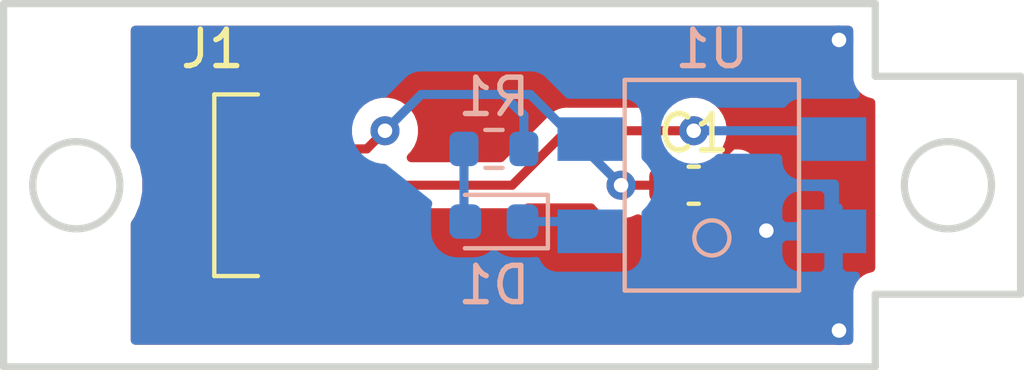
<source format=kicad_pcb>
(kicad_pcb (version 20171130) (host pcbnew "(5.1.10)-1")

  (general
    (thickness 1.6)
    (drawings 14)
    (tracks 26)
    (zones 0)
    (modules 5)
    (nets 6)
  )

  (page A4)
  (layers
    (0 F.Cu signal)
    (31 B.Cu signal)
    (32 B.Adhes user hide)
    (33 F.Adhes user hide)
    (34 B.Paste user)
    (35 F.Paste user)
    (36 B.SilkS user)
    (37 F.SilkS user)
    (38 B.Mask user)
    (39 F.Mask user)
    (40 Dwgs.User user hide)
    (41 Cmts.User user hide)
    (42 Eco1.User user hide)
    (43 Eco2.User user hide)
    (44 Edge.Cuts user)
    (45 Margin user hide)
    (46 B.CrtYd user hide)
    (47 F.CrtYd user hide)
    (48 B.Fab user hide)
    (49 F.Fab user hide)
  )

  (setup
    (last_trace_width 0.25)
    (user_trace_width 0.2)
    (trace_clearance 0.2)
    (zone_clearance 0.508)
    (zone_45_only no)
    (trace_min 0.2)
    (via_size 0.8)
    (via_drill 0.4)
    (via_min_size 0.4)
    (via_min_drill 0.3)
    (uvia_size 0.3)
    (uvia_drill 0.1)
    (uvias_allowed no)
    (uvia_min_size 0.2)
    (uvia_min_drill 0.1)
    (edge_width 0.05)
    (segment_width 0.2)
    (pcb_text_width 0.3)
    (pcb_text_size 1.5 1.5)
    (mod_edge_width 0.12)
    (mod_text_size 1 1)
    (mod_text_width 0.15)
    (pad_size 1.2 1.8)
    (pad_drill 0)
    (pad_to_mask_clearance 0)
    (aux_axis_origin 0 0)
    (grid_origin 100 100)
    (visible_elements 7FFFFFFF)
    (pcbplotparams
      (layerselection 0x010fc_ffffffff)
      (usegerberextensions false)
      (usegerberattributes true)
      (usegerberadvancedattributes true)
      (creategerberjobfile true)
      (excludeedgelayer true)
      (linewidth 0.100000)
      (plotframeref false)
      (viasonmask false)
      (mode 1)
      (useauxorigin false)
      (hpglpennumber 1)
      (hpglpenspeed 20)
      (hpglpendiameter 15.000000)
      (psnegative false)
      (psa4output false)
      (plotreference true)
      (plotvalue true)
      (plotinvisibletext false)
      (padsonsilk false)
      (subtractmaskfromsilk false)
      (outputformat 1)
      (mirror false)
      (drillshape 0)
      (scaleselection 1)
      (outputdirectory "gerver/"))
  )

  (net 0 "")
  (net 1 +5V)
  (net 2 GND)
  (net 3 "Net-(D1-Pad1)")
  (net 4 "Net-(D1-Pad2)")
  (net 5 "Net-(J1-Pad2)")

  (net_class Default "This is the default net class."
    (clearance 0.2)
    (trace_width 0.25)
    (via_dia 0.8)
    (via_drill 0.4)
    (uvia_dia 0.3)
    (uvia_drill 0.1)
    (add_net +5V)
    (add_net GND)
    (add_net "Net-(D1-Pad1)")
    (add_net "Net-(D1-Pad2)")
    (add_net "Net-(J1-Pad2)")
  )

  (module Capacitor_SMD:C_0603_1608Metric (layer F.Cu) (tedit 5F68FEEE) (tstamp 61F771FD)
    (at 19 5)
    (descr "Capacitor SMD 0603 (1608 Metric), square (rectangular) end terminal, IPC_7351 nominal, (Body size source: IPC-SM-782 page 76, https://www.pcb-3d.com/wordpress/wp-content/uploads/ipc-sm-782a_amendment_1_and_2.pdf), generated with kicad-footprint-generator")
    (tags capacitor)
    (path /61F613B2)
    (attr smd)
    (fp_text reference C1 (at 0 -1.43) (layer F.SilkS)
      (effects (font (size 1 1) (thickness 0.15)))
    )
    (fp_text value 0.1u (at 0 1.43) (layer F.Fab)
      (effects (font (size 1 1) (thickness 0.15)))
    )
    (fp_line (start 1.48 0.73) (end -1.48 0.73) (layer F.CrtYd) (width 0.05))
    (fp_line (start 1.48 -0.73) (end 1.48 0.73) (layer F.CrtYd) (width 0.05))
    (fp_line (start -1.48 -0.73) (end 1.48 -0.73) (layer F.CrtYd) (width 0.05))
    (fp_line (start -1.48 0.73) (end -1.48 -0.73) (layer F.CrtYd) (width 0.05))
    (fp_line (start -0.14058 0.51) (end 0.14058 0.51) (layer F.SilkS) (width 0.12))
    (fp_line (start -0.14058 -0.51) (end 0.14058 -0.51) (layer F.SilkS) (width 0.12))
    (fp_line (start 0.8 0.4) (end -0.8 0.4) (layer F.Fab) (width 0.1))
    (fp_line (start 0.8 -0.4) (end 0.8 0.4) (layer F.Fab) (width 0.1))
    (fp_line (start -0.8 -0.4) (end 0.8 -0.4) (layer F.Fab) (width 0.1))
    (fp_line (start -0.8 0.4) (end -0.8 -0.4) (layer F.Fab) (width 0.1))
    (fp_text user %R (at 0 0) (layer F.Fab)
      (effects (font (size 0.4 0.4) (thickness 0.06)))
    )
    (pad 1 smd roundrect (at -0.775 0) (size 0.9 0.95) (layers F.Cu F.Paste F.Mask) (roundrect_rratio 0.25)
      (net 1 +5V))
    (pad 2 smd roundrect (at 0.775 0) (size 0.9 0.95) (layers F.Cu F.Paste F.Mask) (roundrect_rratio 0.25)
      (net 2 GND))
    (model ${KISYS3DMOD}/Capacitor_SMD.3dshapes/C_0603_1608Metric.wrl
      (at (xyz 0 0 0))
      (scale (xyz 1 1 1))
      (rotate (xyz 0 0 0))
    )
  )

  (module Diode_SMD:D_0603_1608Metric (layer B.Cu) (tedit 5F68FEF0) (tstamp 61F771A8)
    (at 13.5 6 180)
    (descr "Diode SMD 0603 (1608 Metric), square (rectangular) end terminal, IPC_7351 nominal, (Body size source: http://www.tortai-tech.com/upload/download/2011102023233369053.pdf), generated with kicad-footprint-generator")
    (tags diode)
    (path /61F61394)
    (attr smd)
    (fp_text reference D1 (at 0 -1.75) (layer B.SilkS)
      (effects (font (size 1 1) (thickness 0.15)) (justify mirror))
    )
    (fp_text value SIR19-21C/TR8 (at 0 -1.43) (layer B.Fab)
      (effects (font (size 1 1) (thickness 0.15)) (justify mirror))
    )
    (fp_line (start 1.48 -0.73) (end -1.48 -0.73) (layer B.CrtYd) (width 0.05))
    (fp_line (start 1.48 0.73) (end 1.48 -0.73) (layer B.CrtYd) (width 0.05))
    (fp_line (start -1.48 0.73) (end 1.48 0.73) (layer B.CrtYd) (width 0.05))
    (fp_line (start -1.48 -0.73) (end -1.48 0.73) (layer B.CrtYd) (width 0.05))
    (fp_line (start -1.485 -0.735) (end 0.8 -0.735) (layer B.SilkS) (width 0.12))
    (fp_line (start -1.485 0.735) (end -1.485 -0.735) (layer B.SilkS) (width 0.12))
    (fp_line (start 0.8 0.735) (end -1.485 0.735) (layer B.SilkS) (width 0.12))
    (fp_line (start 0.8 -0.4) (end 0.8 0.4) (layer B.Fab) (width 0.1))
    (fp_line (start -0.8 -0.4) (end 0.8 -0.4) (layer B.Fab) (width 0.1))
    (fp_line (start -0.8 0.1) (end -0.8 -0.4) (layer B.Fab) (width 0.1))
    (fp_line (start -0.5 0.4) (end -0.8 0.1) (layer B.Fab) (width 0.1))
    (fp_line (start 0.8 0.4) (end -0.5 0.4) (layer B.Fab) (width 0.1))
    (fp_text user %R (at 0 0) (layer B.Fab)
      (effects (font (size 0.4 0.4) (thickness 0.06)) (justify mirror))
    )
    (pad 1 smd roundrect (at -0.7875 0 180) (size 0.875 0.95) (layers B.Cu B.Paste B.Mask) (roundrect_rratio 0.25)
      (net 3 "Net-(D1-Pad1)"))
    (pad 2 smd roundrect (at 0.7875 0 180) (size 0.875 0.95) (layers B.Cu B.Paste B.Mask) (roundrect_rratio 0.25)
      (net 4 "Net-(D1-Pad2)"))
    (model ${KISYS3DMOD}/Diode_SMD.3dshapes/D_0603_1608Metric.wrl
      (at (xyz 0 0 0))
      (scale (xyz 1 1 1))
      (rotate (xyz 0 0 0))
    )
  )

  (module SH:SH_01x03 (layer F.Cu) (tedit 61FCF212) (tstamp 61F771D7)
    (at 8 5 90)
    (path /61F613A7)
    (fp_text reference J1 (at 3.75 -2.25 180) (layer F.SilkS)
      (effects (font (size 1 1) (thickness 0.15)))
    )
    (fp_text value SH3 (at 0 1.75 90) (layer F.Fab)
      (effects (font (size 1 1) (thickness 0.15)))
    )
    (fp_line (start -2.5 -2.2) (end 2.5 -2.2) (layer F.SilkS) (width 0.12))
    (fp_line (start -2.5 -2.2) (end -2.5 -1) (layer F.SilkS) (width 0.12))
    (fp_line (start 2.5 -2.2) (end 2.5 -1) (layer F.SilkS) (width 0.12))
    (pad 3 smd rect (at 1 -2.525 90) (size 0.6 1.55) (layers F.Cu F.Paste F.Mask)
      (net 1 +5V))
    (pad 1 smd rect (at -1 -2.525 90) (size 0.6 1.55) (layers F.Cu F.Paste F.Mask)
      (net 2 GND))
    (pad 2 smd rect (at 0 -2.525 90) (size 0.6 1.55) (layers F.Cu F.Paste F.Mask)
      (net 5 "Net-(J1-Pad2)"))
    (pad MP smd rect (at -2.3 0 90) (size 1.2 1.8) (layers F.Cu F.Paste F.Mask)
      (net 2 GND))
    (pad MP smd rect (at 2.3 0 90) (size 1.2 1.8) (layers F.Cu F.Paste F.Mask)
      (net 2 GND))
  )

  (module Resistor_SMD:R_0603_1608Metric (layer B.Cu) (tedit 5F68FEEE) (tstamp 61F77152)
    (at 13.5 4 180)
    (descr "Resistor SMD 0603 (1608 Metric), square (rectangular) end terminal, IPC_7351 nominal, (Body size source: IPC-SM-782 page 72, https://www.pcb-3d.com/wordpress/wp-content/uploads/ipc-sm-782a_amendment_1_and_2.pdf), generated with kicad-footprint-generator")
    (tags resistor)
    (path /61F6139A)
    (attr smd)
    (fp_text reference R1 (at 0 1.43) (layer B.SilkS)
      (effects (font (size 1 1) (thickness 0.15)) (justify mirror))
    )
    (fp_text value 68 (at 0 -1.43) (layer B.Fab)
      (effects (font (size 1 1) (thickness 0.15)) (justify mirror))
    )
    (fp_line (start 1.48 -0.73) (end -1.48 -0.73) (layer B.CrtYd) (width 0.05))
    (fp_line (start 1.48 0.73) (end 1.48 -0.73) (layer B.CrtYd) (width 0.05))
    (fp_line (start -1.48 0.73) (end 1.48 0.73) (layer B.CrtYd) (width 0.05))
    (fp_line (start -1.48 -0.73) (end -1.48 0.73) (layer B.CrtYd) (width 0.05))
    (fp_line (start -0.237258 -0.5225) (end 0.237258 -0.5225) (layer B.SilkS) (width 0.12))
    (fp_line (start -0.237258 0.5225) (end 0.237258 0.5225) (layer B.SilkS) (width 0.12))
    (fp_line (start 0.8 -0.4125) (end -0.8 -0.4125) (layer B.Fab) (width 0.1))
    (fp_line (start 0.8 0.4125) (end 0.8 -0.4125) (layer B.Fab) (width 0.1))
    (fp_line (start -0.8 0.4125) (end 0.8 0.4125) (layer B.Fab) (width 0.1))
    (fp_line (start -0.8 -0.4125) (end -0.8 0.4125) (layer B.Fab) (width 0.1))
    (fp_text user %R (at 0 0) (layer B.Fab)
      (effects (font (size 0.4 0.4) (thickness 0.06)) (justify mirror))
    )
    (pad 1 smd roundrect (at -0.825 0 180) (size 0.8 0.95) (layers B.Cu B.Paste B.Mask) (roundrect_rratio 0.25)
      (net 1 +5V))
    (pad 2 smd roundrect (at 0.825 0 180) (size 0.8 0.95) (layers B.Cu B.Paste B.Mask) (roundrect_rratio 0.25)
      (net 4 "Net-(D1-Pad2)"))
    (model ${KISYS3DMOD}/Resistor_SMD.3dshapes/R_0603_1608Metric.wrl
      (at (xyz 0 0 0))
      (scale (xyz 1 1 1))
      (rotate (xyz 0 0 0))
    )
  )

  (module sens:S7136 (layer B.Cu) (tedit 61F47F44) (tstamp 61F7717E)
    (at 19.5 5)
    (path /61F6138D)
    (fp_text reference U1 (at 0 -3.75) (layer B.SilkS)
      (effects (font (size 1 1) (thickness 0.15)) (justify mirror))
    )
    (fp_text value S7136 (at 0 1.450002) (layer B.Fab)
      (effects (font (size 1 1) (thickness 0.15)) (justify mirror))
    )
    (fp_circle (center 0 1.450002) (end 0 0.966668) (layer B.SilkS) (width 0.12))
    (fp_line (start -2.4 2.9) (end 2.4 2.9) (layer B.SilkS) (width 0.12))
    (fp_line (start -2.4 -2.9) (end -2.4 2.9) (layer B.SilkS) (width 0.12))
    (fp_line (start 2.4 -2.9) (end -2.4 -2.9) (layer B.SilkS) (width 0.12))
    (fp_line (start 2.4 2.9) (end 2.4 -2.9) (layer B.SilkS) (width 0.12))
    (pad 1 smd rect (at -3.35 1.27) (size 1.8 1.2) (layers B.Cu B.Paste B.Mask)
      (net 3 "Net-(D1-Pad1)"))
    (pad 2 smd rect (at -3.35 -1.27) (size 1.8 1.2) (layers B.Cu B.Paste B.Mask)
      (net 1 +5V))
    (pad 3 smd rect (at 3.35 -1.27) (size 1.8 1.2) (layers B.Cu B.Paste B.Mask)
      (net 5 "Net-(J1-Pad2)"))
    (pad 4 smd rect (at 3.35 1.27) (size 1.8 1.2) (layers B.Cu B.Paste B.Mask)
      (net 2 GND))
  )

  (gr_circle (center 2 4.999999) (end 3.2 4.999999) (layer Edge.Cuts) (width 0.2))
  (gr_circle (center 26 4.999999) (end 27.2 4.999999) (layer Edge.Cuts) (width 0.2))
  (gr_line (start 27.999999 7.999999) (end 27.999999 1.999999) (layer Edge.Cuts) (width 0.2))
  (gr_line (start 23.999999 7.999999) (end 27.999999 7.999999) (layer Edge.Cuts) (width 0.2))
  (gr_line (start 23.999999 9.999999) (end 23.999999 7.999999) (layer Edge.Cuts) (width 0.2))
  (gr_line (start 0 9.999999) (end 23.999999 9.999999) (layer Edge.Cuts) (width 0.2))
  (gr_line (start 0 0) (end 0 9.999999) (layer Edge.Cuts) (width 0.2))
  (gr_line (start 23.999999 0) (end 0 0) (layer Edge.Cuts) (width 0.2))
  (gr_line (start 23.999999 2) (end 23.999999 0) (layer Edge.Cuts) (width 0.2))
  (gr_line (start 27.999999 1.999999) (end 23.999999 2) (layer Edge.Cuts) (width 0.2))
  (gr_line (start 23.5 2) (end 4 2) (layer Dwgs.User) (width 0.15) (tstamp 61F77131))
  (gr_line (start 23.5 8) (end 23.5 2) (layer Dwgs.User) (width 0.15) (tstamp 61F7713D))
  (gr_line (start 4 8) (end 23.5 8) (layer Dwgs.User) (width 0.15) (tstamp 61F77128))
  (gr_line (start 4 2) (end 4 8) (layer Dwgs.User) (width 0.15) (tstamp 61F77140))

  (segment (start 15.88 4) (end 16.15 3.73) (width 0.25) (layer B.Cu) (net 1) (tstamp 61F77239) (status 30))
  (via (at 17 5) (size 0.8) (drill 0.4) (layers F.Cu B.Cu) (net 1) (tstamp 61F77284))
  (segment (start 18.225 5) (end 17 5) (width 0.25) (layer F.Cu) (net 1) (tstamp 61F7723F) (status 10))
  (segment (start 17 5) (end 14.5 2.5) (width 0.25) (layer B.Cu) (net 1) (tstamp 61F7726C))
  (via (at 10.5 3.5) (size 0.8) (drill 0.4) (layers F.Cu B.Cu) (net 1) (tstamp 61F77281))
  (segment (start 11.5 2.5) (end 10.5 3.5) (width 0.25) (layer B.Cu) (net 1) (tstamp 61F77251))
  (segment (start 10 4) (end 5.475 4) (width 0.25) (layer F.Cu) (net 1) (tstamp 61F7724E) (status 20))
  (segment (start 10.5 3.5) (end 10 4) (width 0.25) (layer F.Cu) (net 1) (tstamp 61F77248))
  (segment (start 13 2.5) (end 13.75 2.5) (width 0.25) (layer B.Cu) (net 1) (tstamp 61F77254))
  (segment (start 14.5 2.5) (end 13 2.5) (width 0.25) (layer B.Cu) (net 1) (tstamp 61F77269))
  (segment (start 13 2.5) (end 11.5 2.5) (width 0.25) (layer B.Cu) (net 1) (tstamp 61F7725A))
  (segment (start 14.325 3.075) (end 14.325 4) (width 0.25) (layer B.Cu) (net 1) (tstamp 61F77260) (status 20))
  (segment (start 13.75 2.5) (end 14.325 3.075) (width 0.25) (layer B.Cu) (net 1) (tstamp 61F7724B))
  (via (at 23 9) (size 0.8) (drill 0.4) (layers F.Cu B.Cu) (net 2) (tstamp 61F7726F))
  (via (at 23 1) (size 0.8) (drill 0.4) (layers F.Cu B.Cu) (net 2) (tstamp 61F77278))
  (via (at 21 6.25) (size 0.8) (drill 0.4) (layers F.Cu B.Cu) (net 2) (tstamp 61F77275))
  (segment (start 15.88 6) (end 16.15 6.27) (width 0.25) (layer B.Cu) (net 3) (tstamp 61F77245) (status 30))
  (segment (start 14.2875 6) (end 15.88 6) (width 0.25) (layer B.Cu) (net 3) (tstamp 61F77242) (status 30))
  (segment (start 12.675 5.9625) (end 12.7125 6) (width 0.25) (layer B.Cu) (net 4) (tstamp 61F77236) (status 30))
  (segment (start 12.675 4) (end 12.675 5.9625) (width 0.25) (layer B.Cu) (net 4) (tstamp 61F7723C) (status 30))
  (segment (start 5.475 5) (end 14 5) (width 0.25) (layer F.Cu) (net 5) (tstamp 61F77233) (status 10))
  (via (at 19 3.5) (size 0.8) (drill 0.4) (layers F.Cu B.Cu) (net 5) (tstamp 61F77272))
  (segment (start 15.5 3.5) (end 19 3.5) (width 0.25) (layer F.Cu) (net 5) (tstamp 61F77266))
  (segment (start 14 5) (end 15.5 3.5) (width 0.25) (layer F.Cu) (net 5) (tstamp 61F77263))
  (segment (start 22.62 3.5) (end 22.85 3.73) (width 0.25) (layer B.Cu) (net 5) (tstamp 61F7725D) (status 30))
  (segment (start 19 3.5) (end 22.62 3.5) (width 0.25) (layer B.Cu) (net 5) (tstamp 61F77257) (status 20))

  (zone (net 0) (net_name "") (layer B.Cu) (tstamp 61F7722A) (hatch edge 0.508)
    (connect_pads (clearance 0.508))
    (min_thickness 0.254)
    (keepout (tracks allowed) (vias allowed) (copperpour not_allowed))
    (fill (arc_segments 32) (thermal_gap 0.508) (thermal_bridge_width 0.508))
    (polygon
      (pts
        (xy 10 4) (xy 11.5 2.5) (xy 12.5 2.5) (xy 12.5 6)
      )
    )
  )
  (zone (net 2) (net_name GND) (layer B.Cu) (tstamp 61FD014F) (hatch edge 0.508)
    (connect_pads (clearance 0.508))
    (min_thickness 0.254)
    (fill yes (arc_segments 32) (thermal_gap 0.508) (thermal_bridge_width 0.508))
    (polygon
      (pts
        (xy 0 0) (xy 24 0) (xy 24 2) (xy 28 2) (xy 28 8)
        (xy 24 8) (xy 24 10) (xy 0 10)
      )
    )
    (filled_polygon
      (pts
        (xy 23.264999 1.963902) (xy 23.261444 2) (xy 23.264999 2.036095) (xy 23.264999 2.036104) (xy 23.275634 2.144084)
        (xy 23.317662 2.282632) (xy 23.385912 2.410319) (xy 23.452887 2.491928) (xy 21.95 2.491928) (xy 21.825518 2.504188)
        (xy 21.70582 2.540498) (xy 21.595506 2.599463) (xy 21.498815 2.678815) (xy 21.448602 2.74) (xy 19.703711 2.74)
        (xy 19.659774 2.696063) (xy 19.490256 2.582795) (xy 19.301898 2.504774) (xy 19.101939 2.465) (xy 18.898061 2.465)
        (xy 18.698102 2.504774) (xy 18.509744 2.582795) (xy 18.340226 2.696063) (xy 18.196063 2.840226) (xy 18.082795 3.009744)
        (xy 18.004774 3.198102) (xy 17.965 3.398061) (xy 17.965 3.601939) (xy 18.004774 3.801898) (xy 18.082795 3.990256)
        (xy 18.196063 4.159774) (xy 18.340226 4.303937) (xy 18.509744 4.417205) (xy 18.698102 4.495226) (xy 18.898061 4.535)
        (xy 19.101939 4.535) (xy 19.301898 4.495226) (xy 19.490256 4.417205) (xy 19.659774 4.303937) (xy 19.703711 4.26)
        (xy 21.311928 4.26) (xy 21.311928 4.33) (xy 21.324188 4.454482) (xy 21.360498 4.57418) (xy 21.419463 4.684494)
        (xy 21.498815 4.781185) (xy 21.595506 4.860537) (xy 21.70582 4.919502) (xy 21.825518 4.955812) (xy 21.95 4.968072)
        (xy 22.873 4.968072) (xy 22.873 5.5) (xy 22.87544 5.524776) (xy 22.882667 5.548601) (xy 22.894403 5.570557)
        (xy 22.910197 5.589803) (xy 22.929443 5.605597) (xy 22.951399 5.617333) (xy 22.975224 5.62456) (xy 22.977 5.624735)
        (xy 22.977 6.143) (xy 22.997 6.143) (xy 22.997 6.397) (xy 22.977 6.397) (xy 22.977 7.34625)
        (xy 23.13575 7.505) (xy 23.4541 7.506592) (xy 23.385912 7.589679) (xy 23.317662 7.717366) (xy 23.275634 7.855914)
        (xy 23.261443 7.999999) (xy 23.265 8.036114) (xy 23.264999 9.264999) (xy 3.627 9.264999) (xy 3.627 6.066984)
        (xy 3.724156 5.92158) (xy 3.870818 5.567506) (xy 3.945586 5.191623) (xy 3.945586 4.808375) (xy 3.870818 4.432492)
        (xy 3.724156 4.078418) (xy 3.627 3.933014) (xy 3.627 3.398061) (xy 9.465 3.398061) (xy 9.465 3.601939)
        (xy 9.504774 3.801898) (xy 9.582795 3.990256) (xy 9.696063 4.159774) (xy 9.840226 4.303937) (xy 10.009744 4.417205)
        (xy 10.198102 4.495226) (xy 10.398061 4.535) (xy 10.465451 4.535) (xy 11.675664 5.50317) (xy 11.653392 5.576592)
        (xy 11.636928 5.74375) (xy 11.636928 6.25625) (xy 11.653392 6.423408) (xy 11.70215 6.584142) (xy 11.781329 6.732275)
        (xy 11.887885 6.862115) (xy 12.017725 6.968671) (xy 12.165858 7.04785) (xy 12.326592 7.096608) (xy 12.49375 7.113072)
        (xy 12.93125 7.113072) (xy 13.098408 7.096608) (xy 13.259142 7.04785) (xy 13.407275 6.968671) (xy 13.5 6.892574)
        (xy 13.592725 6.968671) (xy 13.740858 7.04785) (xy 13.901592 7.096608) (xy 14.06875 7.113072) (xy 14.50625 7.113072)
        (xy 14.655697 7.098352) (xy 14.660498 7.11418) (xy 14.719463 7.224494) (xy 14.798815 7.321185) (xy 14.895506 7.400537)
        (xy 15.00582 7.459502) (xy 15.125518 7.495812) (xy 15.25 7.508072) (xy 17.05 7.508072) (xy 17.174482 7.495812)
        (xy 17.29418 7.459502) (xy 17.404494 7.400537) (xy 17.501185 7.321185) (xy 17.580537 7.224494) (xy 17.639502 7.11418)
        (xy 17.675812 6.994482) (xy 17.688072 6.87) (xy 21.311928 6.87) (xy 21.324188 6.994482) (xy 21.360498 7.11418)
        (xy 21.419463 7.224494) (xy 21.498815 7.321185) (xy 21.595506 7.400537) (xy 21.70582 7.459502) (xy 21.825518 7.495812)
        (xy 21.95 7.508072) (xy 22.56425 7.505) (xy 22.723 7.34625) (xy 22.723 6.397) (xy 21.47375 6.397)
        (xy 21.315 6.55575) (xy 21.311928 6.87) (xy 17.688072 6.87) (xy 17.688072 5.775639) (xy 17.793711 5.67)
        (xy 21.311928 5.67) (xy 21.315 5.98425) (xy 21.47375 6.143) (xy 22.723 6.143) (xy 22.723 5.19375)
        (xy 22.56425 5.035) (xy 21.95 5.031928) (xy 21.825518 5.044188) (xy 21.70582 5.080498) (xy 21.595506 5.139463)
        (xy 21.498815 5.218815) (xy 21.419463 5.315506) (xy 21.360498 5.42582) (xy 21.324188 5.545518) (xy 21.311928 5.67)
        (xy 17.793711 5.67) (xy 17.803937 5.659774) (xy 17.917205 5.490256) (xy 17.995226 5.301898) (xy 18.035 5.101939)
        (xy 18.035 4.898061) (xy 17.995226 4.698102) (xy 17.917205 4.509744) (xy 17.803937 4.340226) (xy 17.688072 4.224361)
        (xy 17.688072 3.13) (xy 17.675812 3.005518) (xy 17.639502 2.88582) (xy 17.580537 2.775506) (xy 17.501185 2.678815)
        (xy 17.404494 2.599463) (xy 17.29418 2.540498) (xy 17.174482 2.504188) (xy 17.05 2.491928) (xy 15.566729 2.491928)
        (xy 15.063804 1.989003) (xy 15.040001 1.959999) (xy 14.924276 1.865026) (xy 14.792247 1.794454) (xy 14.648986 1.750997)
        (xy 14.537333 1.74) (xy 14.537322 1.74) (xy 14.5 1.736324) (xy 14.462678 1.74) (xy 13.787322 1.74)
        (xy 13.75 1.736324) (xy 13.712678 1.74) (xy 11.537333 1.74) (xy 11.5 1.736323) (xy 11.462667 1.74)
        (xy 11.351014 1.750997) (xy 11.207753 1.794454) (xy 11.075724 1.865026) (xy 10.959999 1.959999) (xy 10.936201 1.988997)
        (xy 10.460199 2.465) (xy 10.398061 2.465) (xy 10.198102 2.504774) (xy 10.009744 2.582795) (xy 9.840226 2.696063)
        (xy 9.696063 2.840226) (xy 9.582795 3.009744) (xy 9.504774 3.198102) (xy 9.465 3.398061) (xy 3.627 3.398061)
        (xy 3.627 0.735) (xy 23.265 0.735)
      )
    )
  )
  (zone (net 0) (net_name "") (layer B.Cu) (tstamp 61F77227) (hatch edge 0.508)
    (connect_pads (clearance 0.508))
    (min_thickness 0.254)
    (keepout (tracks allowed) (vias allowed) (copperpour not_allowed))
    (fill (arc_segments 32) (thermal_gap 0.508) (thermal_bridge_width 0.508))
    (polygon
      (pts
        (xy 24 2) (xy 28 2) (xy 28 8) (xy 24 8)
      )
    )
  )
  (zone (net 0) (net_name "") (layer B.Cu) (tstamp 61F77230) (hatch edge 0.508)
    (connect_pads (clearance 0.508))
    (min_thickness 0.254)
    (keepout (tracks allowed) (vias allowed) (copperpour not_allowed))
    (fill (arc_segments 32) (thermal_gap 0.508) (thermal_bridge_width 0.508))
    (polygon
      (pts
        (xy 23 4.5) (xy 24 4.5) (xy 24 5.5) (xy 23 5.5)
      )
    )
  )
  (zone (net 2) (net_name GND) (layer F.Cu) (tstamp 61FD014C) (hatch edge 0.508)
    (connect_pads (clearance 0.508))
    (min_thickness 0.254)
    (fill yes (arc_segments 32) (thermal_gap 0.508) (thermal_bridge_width 0.508))
    (polygon
      (pts
        (xy 0 0) (xy 24 0) (xy 24 2) (xy 28 2) (xy 28 8)
        (xy 24 8) (xy 24 10) (xy 0 10)
      )
    )
    (filled_polygon
      (pts
        (xy 23.264999 1.963902) (xy 23.261444 2) (xy 23.264999 2.036095) (xy 23.264999 2.036104) (xy 23.275634 2.144084)
        (xy 23.317662 2.282632) (xy 23.385912 2.410319) (xy 23.477761 2.522237) (xy 23.589679 2.614087) (xy 23.717366 2.682337)
        (xy 23.855914 2.724365) (xy 23.873 2.726048) (xy 23.873 7.273951) (xy 23.855914 7.275634) (xy 23.717366 7.317662)
        (xy 23.589679 7.385912) (xy 23.477761 7.477761) (xy 23.385912 7.589679) (xy 23.317662 7.717366) (xy 23.275634 7.855914)
        (xy 23.261443 7.999999) (xy 23.265 8.036114) (xy 23.264999 9.264999) (xy 3.627 9.264999) (xy 3.627 7.9)
        (xy 6.461928 7.9) (xy 6.474188 8.024482) (xy 6.510498 8.14418) (xy 6.569463 8.254494) (xy 6.648815 8.351185)
        (xy 6.745506 8.430537) (xy 6.85582 8.489502) (xy 6.975518 8.525812) (xy 7.1 8.538072) (xy 7.71425 8.535)
        (xy 7.873 8.37625) (xy 7.873 7.427) (xy 8.127 7.427) (xy 8.127 8.37625) (xy 8.28575 8.535)
        (xy 8.9 8.538072) (xy 9.024482 8.525812) (xy 9.14418 8.489502) (xy 9.254494 8.430537) (xy 9.351185 8.351185)
        (xy 9.430537 8.254494) (xy 9.489502 8.14418) (xy 9.525812 8.024482) (xy 9.538072 7.9) (xy 9.535 7.58575)
        (xy 9.37625 7.427) (xy 8.127 7.427) (xy 7.873 7.427) (xy 6.62375 7.427) (xy 6.465 7.58575)
        (xy 6.461928 7.9) (xy 3.627 7.9) (xy 3.627 6.3) (xy 4.061928 6.3) (xy 4.074188 6.424482)
        (xy 4.110498 6.54418) (xy 4.169463 6.654494) (xy 4.248815 6.751185) (xy 4.345506 6.830537) (xy 4.45582 6.889502)
        (xy 4.575518 6.925812) (xy 4.7 6.938072) (xy 5.18925 6.935) (xy 5.348 6.77625) (xy 5.348 6.127)
        (xy 5.602 6.127) (xy 5.602 6.77625) (xy 5.76075 6.935) (xy 6.25 6.938072) (xy 6.374482 6.925812)
        (xy 6.46387 6.898696) (xy 6.465 7.01425) (xy 6.62375 7.173) (xy 7.873 7.173) (xy 7.873 6.22375)
        (xy 8.127 6.22375) (xy 8.127 7.173) (xy 9.37625 7.173) (xy 9.535 7.01425) (xy 9.538072 6.7)
        (xy 9.525812 6.575518) (xy 9.489502 6.45582) (xy 9.430537 6.345506) (xy 9.351185 6.248815) (xy 9.254494 6.169463)
        (xy 9.14418 6.110498) (xy 9.024482 6.074188) (xy 8.9 6.061928) (xy 8.28575 6.065) (xy 8.127 6.22375)
        (xy 7.873 6.22375) (xy 7.71425 6.065) (xy 7.1 6.061928) (xy 6.975518 6.074188) (xy 6.85582 6.110498)
        (xy 6.760629 6.161379) (xy 6.72625 6.127) (xy 5.602 6.127) (xy 5.348 6.127) (xy 4.22375 6.127)
        (xy 4.065 6.28575) (xy 4.061928 6.3) (xy 3.627 6.3) (xy 3.627 6.066984) (xy 3.724156 5.92158)
        (xy 3.870818 5.567506) (xy 3.945586 5.191623) (xy 3.945586 4.808375) (xy 3.870818 4.432492) (xy 3.724156 4.078418)
        (xy 3.627 3.933014) (xy 3.627 3.7) (xy 4.061928 3.7) (xy 4.061928 4.3) (xy 4.074188 4.424482)
        (xy 4.097096 4.5) (xy 4.074188 4.575518) (xy 4.061928 4.7) (xy 4.061928 5.3) (xy 4.074188 5.424482)
        (xy 4.097096 5.5) (xy 4.074188 5.575518) (xy 4.061928 5.7) (xy 4.065 5.71425) (xy 4.22375 5.873)
        (xy 4.424947 5.873) (xy 4.45582 5.889502) (xy 4.575518 5.925812) (xy 4.7 5.938072) (xy 6.25 5.938072)
        (xy 6.374482 5.925812) (xy 6.49418 5.889502) (xy 6.525053 5.873) (xy 6.72625 5.873) (xy 6.83925 5.76)
        (xy 13.962678 5.76) (xy 14 5.763676) (xy 14.037322 5.76) (xy 14.037333 5.76) (xy 14.148986 5.749003)
        (xy 14.292247 5.705546) (xy 14.424276 5.634974) (xy 14.433992 5.627) (xy 16.174164 5.627) (xy 16.196063 5.659774)
        (xy 16.340226 5.803937) (xy 16.509744 5.917205) (xy 16.698102 5.995226) (xy 16.898061 6.035) (xy 17.101939 6.035)
        (xy 17.301898 5.995226) (xy 17.469534 5.925789) (xy 17.520503 5.967618) (xy 17.669717 6.047375) (xy 17.831623 6.096488)
        (xy 18 6.113072) (xy 18.45 6.113072) (xy 18.618377 6.096488) (xy 18.780283 6.047375) (xy 18.926351 5.9693)
        (xy 18.970506 6.005537) (xy 19.08082 6.064502) (xy 19.200518 6.100812) (xy 19.325 6.113072) (xy 19.48925 6.11)
        (xy 19.648 5.95125) (xy 19.648 5.127) (xy 19.902 5.127) (xy 19.902 5.95125) (xy 20.06075 6.11)
        (xy 20.225 6.113072) (xy 20.349482 6.100812) (xy 20.46918 6.064502) (xy 20.579494 6.005537) (xy 20.676185 5.926185)
        (xy 20.755537 5.829494) (xy 20.814502 5.71918) (xy 20.850812 5.599482) (xy 20.863072 5.475) (xy 20.86 5.28575)
        (xy 20.70125 5.127) (xy 19.902 5.127) (xy 19.648 5.127) (xy 19.628 5.127) (xy 19.628 4.873)
        (xy 19.648 4.873) (xy 19.648 4.853) (xy 19.902 4.853) (xy 19.902 4.873) (xy 20.70125 4.873)
        (xy 20.86 4.71425) (xy 20.863072 4.525) (xy 20.850812 4.400518) (xy 20.814502 4.28082) (xy 20.755537 4.170506)
        (xy 20.676185 4.073815) (xy 20.579494 3.994463) (xy 20.46918 3.935498) (xy 20.349482 3.899188) (xy 20.225 3.886928)
        (xy 20.06075 3.89) (xy 19.902002 4.048748) (xy 19.902002 4.013009) (xy 19.917205 3.990256) (xy 19.995226 3.801898)
        (xy 20.035 3.601939) (xy 20.035 3.398061) (xy 19.995226 3.198102) (xy 19.917205 3.009744) (xy 19.803937 2.840226)
        (xy 19.659774 2.696063) (xy 19.490256 2.582795) (xy 19.301898 2.504774) (xy 19.101939 2.465) (xy 18.898061 2.465)
        (xy 18.698102 2.504774) (xy 18.509744 2.582795) (xy 18.340226 2.696063) (xy 18.296289 2.74) (xy 15.537322 2.74)
        (xy 15.499999 2.736324) (xy 15.462676 2.74) (xy 15.462667 2.74) (xy 15.351014 2.750997) (xy 15.207753 2.794454)
        (xy 15.075724 2.865026) (xy 14.959999 2.959999) (xy 14.936201 2.988997) (xy 13.685199 4.24) (xy 11.223711 4.24)
        (xy 11.303937 4.159774) (xy 11.417205 3.990256) (xy 11.495226 3.801898) (xy 11.535 3.601939) (xy 11.535 3.398061)
        (xy 11.495226 3.198102) (xy 11.417205 3.009744) (xy 11.303937 2.840226) (xy 11.159774 2.696063) (xy 10.990256 2.582795)
        (xy 10.801898 2.504774) (xy 10.601939 2.465) (xy 10.398061 2.465) (xy 10.198102 2.504774) (xy 10.009744 2.582795)
        (xy 9.840226 2.696063) (xy 9.696063 2.840226) (xy 9.582795 3.009744) (xy 9.536331 3.121917) (xy 9.535 2.98575)
        (xy 9.37625 2.827) (xy 8.127 2.827) (xy 8.127 2.847) (xy 7.873 2.847) (xy 7.873 2.827)
        (xy 6.62375 2.827) (xy 6.465 2.98575) (xy 6.46387 3.101304) (xy 6.374482 3.074188) (xy 6.25 3.061928)
        (xy 4.7 3.061928) (xy 4.575518 3.074188) (xy 4.45582 3.110498) (xy 4.345506 3.169463) (xy 4.248815 3.248815)
        (xy 4.169463 3.345506) (xy 4.110498 3.45582) (xy 4.074188 3.575518) (xy 4.061928 3.7) (xy 3.627 3.7)
        (xy 3.627 2.1) (xy 6.461928 2.1) (xy 6.465 2.41425) (xy 6.62375 2.573) (xy 7.873 2.573)
        (xy 7.873 1.62375) (xy 8.127 1.62375) (xy 8.127 2.573) (xy 9.37625 2.573) (xy 9.535 2.41425)
        (xy 9.538072 2.1) (xy 9.525812 1.975518) (xy 9.489502 1.85582) (xy 9.430537 1.745506) (xy 9.351185 1.648815)
        (xy 9.254494 1.569463) (xy 9.14418 1.510498) (xy 9.024482 1.474188) (xy 8.9 1.461928) (xy 8.28575 1.465)
        (xy 8.127 1.62375) (xy 7.873 1.62375) (xy 7.71425 1.465) (xy 7.1 1.461928) (xy 6.975518 1.474188)
        (xy 6.85582 1.510498) (xy 6.745506 1.569463) (xy 6.648815 1.648815) (xy 6.569463 1.745506) (xy 6.510498 1.85582)
        (xy 6.474188 1.975518) (xy 6.461928 2.1) (xy 3.627 2.1) (xy 3.627 0.735) (xy 23.265 0.735)
      )
    )
  )
  (zone (net 0) (net_name "") (layer F.Cu) (tstamp 61F77224) (hatch edge 0.508)
    (connect_pads (clearance 0.508))
    (min_thickness 0.254)
    (keepout (tracks allowed) (vias allowed) (copperpour not_allowed))
    (fill (arc_segments 32) (thermal_gap 0.508) (thermal_bridge_width 0.508))
    (polygon
      (pts
        (xy 24 2) (xy 28 2) (xy 28 8) (xy 24 8)
      )
    )
  )
  (zone (net 0) (net_name "") (layer F.Cu) (tstamp 61F77221) (hatch edge 0.508)
    (connect_pads (clearance 0.508))
    (min_thickness 0.254)
    (keepout (tracks allowed) (vias allowed) (copperpour not_allowed))
    (fill (arc_segments 32) (thermal_gap 0.508) (thermal_bridge_width 0.508))
    (polygon
      (pts
        (xy 16 3.5) (xy 17 3.5) (xy 17 5.5) (xy 14 5.5)
      )
    )
  )
  (zone (net 0) (net_name "") (layers F&B.Cu) (tstamp 0) (hatch edge 0.508)
    (connect_pads (clearance 0.508))
    (min_thickness 0.254)
    (keepout (tracks allowed) (vias allowed) (copperpour not_allowed))
    (fill (arc_segments 32) (thermal_gap 0.508) (thermal_bridge_width 0.508))
    (polygon
      (pts
        (xy 3.5 10) (xy 0 10) (xy 0 0) (xy 3.5 0)
      )
    )
  )
)

</source>
